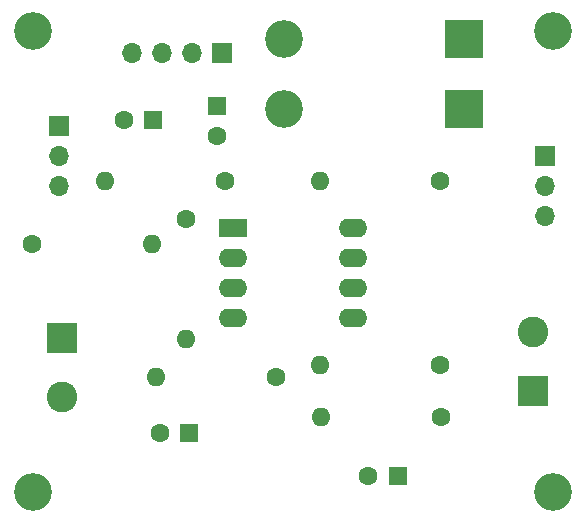
<source format=gbr>
%TF.GenerationSoftware,KiCad,Pcbnew,8.0.1*%
%TF.CreationDate,2024-08-21T14:38:24-03:00*%
%TF.ProjectId,monitoreo_solar,6d6f6e69-746f-4726-956f-5f736f6c6172,rev?*%
%TF.SameCoordinates,Original*%
%TF.FileFunction,Soldermask,Top*%
%TF.FilePolarity,Negative*%
%FSLAX46Y46*%
G04 Gerber Fmt 4.6, Leading zero omitted, Abs format (unit mm)*
G04 Created by KiCad (PCBNEW 8.0.1) date 2024-08-21 14:38:24*
%MOMM*%
%LPD*%
G01*
G04 APERTURE LIST*
%ADD10R,3.200000X3.200000*%
%ADD11O,3.200000X3.200000*%
%ADD12R,1.600000X1.600000*%
%ADD13C,1.600000*%
%ADD14R,1.700000X1.700000*%
%ADD15O,1.700000X1.700000*%
%ADD16O,1.600000X1.600000*%
%ADD17R,2.600000X2.600000*%
%ADD18C,2.600000*%
%ADD19C,3.200000*%
%ADD20R,2.400000X1.600000*%
%ADD21O,2.400000X1.600000*%
G04 APERTURE END LIST*
D10*
%TO.C,D2*%
X61520000Y-59175000D03*
D11*
X46280000Y-59175000D03*
%TD*%
D12*
%TO.C,C1*%
X40575000Y-64869887D03*
D13*
X40575000Y-67369887D03*
%TD*%
D14*
%TO.C,J4*%
X41000000Y-60400000D03*
D15*
X38460000Y-60400000D03*
X35920000Y-60400000D03*
X33380000Y-60400000D03*
%TD*%
D13*
%TO.C,R4*%
X41280000Y-71200000D03*
D16*
X31120000Y-71200000D03*
%TD*%
D17*
%TO.C,J3*%
X67305000Y-89000000D03*
D18*
X67305000Y-84000000D03*
%TD*%
D12*
%TO.C,C5*%
X38225000Y-92500000D03*
D13*
X35725000Y-92500000D03*
%TD*%
D14*
%TO.C,J5*%
X68400000Y-69060000D03*
D15*
X68400000Y-71600000D03*
X68400000Y-74140000D03*
%TD*%
D19*
%TO.C,H2*%
X69000000Y-97500000D03*
%TD*%
D13*
%TO.C,R11*%
X45560000Y-87800000D03*
D16*
X35400000Y-87800000D03*
%TD*%
D12*
%TO.C,C4*%
X55880113Y-96150000D03*
D13*
X53380113Y-96150000D03*
%TD*%
%TO.C,R2*%
X38000000Y-74400000D03*
D16*
X38000000Y-84560000D03*
%TD*%
D19*
%TO.C,H3*%
X25000000Y-97500000D03*
%TD*%
D14*
%TO.C,J2*%
X27200000Y-66535000D03*
D15*
X27200000Y-69075000D03*
X27200000Y-71615000D03*
%TD*%
D17*
%TO.C,J1*%
X27500000Y-84500000D03*
D18*
X27500000Y-89500000D03*
%TD*%
D12*
%TO.C,C2*%
X35200000Y-66000000D03*
D13*
X32700000Y-66000000D03*
%TD*%
D20*
%TO.C,U4*%
X41915000Y-75200000D03*
D21*
X41915000Y-77740000D03*
X41915000Y-80280000D03*
X41915000Y-82820000D03*
X52075000Y-82820000D03*
X52075000Y-80280000D03*
X52075000Y-77740000D03*
X52075000Y-75200000D03*
%TD*%
D13*
%TO.C,R9*%
X59480000Y-86800000D03*
D16*
X49320000Y-86800000D03*
%TD*%
D19*
%TO.C,H4*%
X25000000Y-58500000D03*
%TD*%
D10*
%TO.C,D1*%
X61545000Y-65075000D03*
D11*
X46305000Y-65075000D03*
%TD*%
D13*
%TO.C,R1*%
X24915000Y-76550000D03*
D16*
X35075000Y-76550000D03*
%TD*%
D13*
%TO.C,R3*%
X59480000Y-71200000D03*
D16*
X49320000Y-71200000D03*
%TD*%
D19*
%TO.C,H1*%
X69000000Y-58500000D03*
%TD*%
D13*
%TO.C,R10*%
X59585000Y-91150000D03*
D16*
X49425000Y-91150000D03*
%TD*%
M02*

</source>
